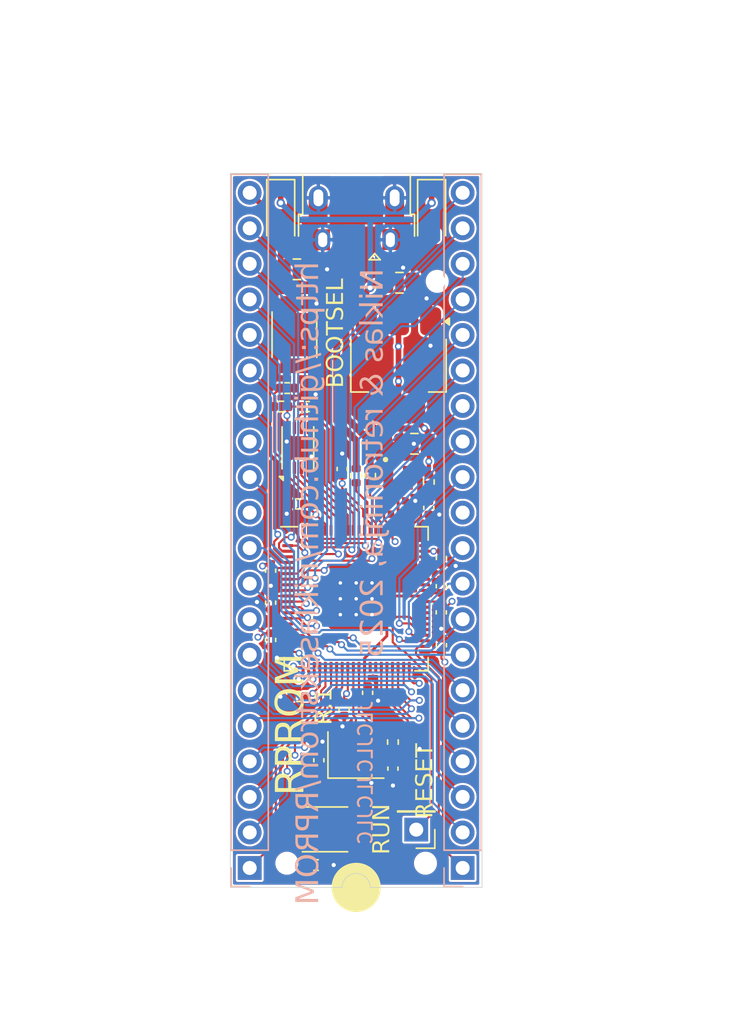
<source format=kicad_pcb>
(kicad_pcb (version 20240108) (generator "pcbnew") (generator_version "8.0")
  (title_block (title "RPROM") (date "2025-07-17") (rev "1") (company "Niklas Ekström, Per Bengtsson"))
  (layers (0 "F.Cu" signal) (1 "In1.Cu" signal) (2 "In2.Cu" signal) (31 "B.Cu" signal) (34 "B.Paste" user) (35 "F.Paste" user) (36 "B.SilkS" user "B.Silkscreen") (37 "F.SilkS" user "F.Silkscreen") (38 "B.Mask" user) (39 "F.Mask" user) (44 "Edge.Cuts" user))
  (net 0 "")
  (net 1 "GND")
  (net 2 "VBUS")
  (net 3 "XIN")
  (net 4 "Net-(U1-VREG_AVDD)")
  (net 5 "+3V3")
  (net 6 "+1V1")
  (net 8 "USB_D-")
  (net 9 "USB_D+")
  (net 10 "D1")
  (net 11 "A3")
  (net 12 "D8")
  (net 13 "A6")
  (net 14 "A4")
  (net 15 "D3")
  (net 16 "A1")
  (net 17 "A0")
  (net 18 "D10")
  (net 19 "A5")
  (net 20 "A2")
  (net 21 "D2")
  (net 22 "D11")
  (net 23 "D0")
  (net 24 "A7")
  (net 25 "OE")
  (net 26 "CS")
  (net 27 "D9")
  (net 28 "A17")
  (net 29 "A10")
  (net 30 "A9")
  (net 31 "D15")
  (net 32 "A15")
  (net 33 "RUN")
  (net 34 "A13")
  (net 35 "A12")
  (net 36 "A8")
  (net 37 "D12")
  (net 38 "Net-(C4-Pad1)")
  (net 39 "D4")
  (net 40 "D13")
  (net 41 "A16")
  (net 42 "A11")
  (net 43 "BYTE")
  (net 44 "A14")
  (net 45 "D5")
  (net 46 "D14")
  (net 47 "D7")
  (net 48 "+5V")
  (net 49 "D6")
  (net 50 "Net-(U1-VREG_LX)")
  (net 51 "QSPI_SS")
  (net 52 "XOUT")
  (net 53 "Net-(R6-Pad2)")
  (net 54 "QSPI_SD1")
  (net 55 "Net-(R4-Pad1)")
  (net 56 "Net-(U1-USB_DP)")
  (net 58 "Net-(U1-USB_DM)")
  (net 60 "QSPI_SCLK")
  (net 67 "QSPI_SD2")
  (net 68 "QSPI_SD3")
  (net 70 "QSPI_SD0")
  (net 72 "RESET")
  (net 75 "VIN")
  (footprint "Capacitor_SMD:C_0402_1005Metric" (layer "F.Cu") (at 93.88 102.94 -90)
    (property "Reference" "C17" (hide yes))
    (property "Value" "100n")
  )
  (footprint "Capacitor_SMD:C_0402_1005Metric" (layer "F.Cu") (at 102.63 112.14 -90)
    (property "Reference" "C4" (hide yes))
    (property "Value" "15p")
  )
  (footprint "Capacitor_SMD:C_0402_1005Metric" (layer "F.Cu") (at 99 90.72 90)
    (property "Reference" "C12" (hide yes))
    (property "Value" "100n")
  )
  (footprint "Capacitor_SMD:C_0402_1005Metric" (layer "F.Cu") (at 106.09 100.97 -90)
    (property "Reference" "C16" (hide yes))
    (property "Value" "100n")
  )
  (footprint "Capacitor_SMD:C_0402_1005Metric" (layer "F.Cu") (at 106.1 103.32 90)
    (property "Reference" "C18" (hide yes))
    (property "Value" "100n")
  )
  (footprint "Resistor_SMD:R_0402_1005Metric" (layer "F.Cu") (at 100 91.2 -90)
    (property "Reference" "R7" (hide yes))
    (property "Value" "27")
  )
  (footprint "Capacitor_SMD:C_0402_1005Metric" (layer "F.Cu") (at 93.88 97.99 -90)
    (property "Reference" "C15" (hide yes))
    (property "Value" "100n")
  )
  (footprint "Capacitor_SMD:C_0402_1005Metric" (layer "F.Cu") (at 97.33 111.54 90)
    (property "Reference" "C3" (hide yes))
    (property "Value" "15p")
  )
  (footprint "Resistor_SMD:R_0402_1005Metric" (layer "F.Cu") (at 101 91.2 -90)
    (property "Reference" "R8" (hide yes))
    (property "Value" "27")
  )
  (footprint "Capacitor_SMD:C_0402_1005Metric" (layer "F.Cu") (at 106.1 97.08 -90)
    (property "Reference" "C20" (hide yes))
    (property "Value" "100n")
  )
  (footprint "Resistor_SMD:R_0402_1005Metric" (layer "F.Cu") (at 102.63 110.24 -90)
    (property "Reference" "R2" (hide yes))
    (property "Value" "1k")
  )
  (footprint "Crystal:Crystal_SMD_3225-4Pin_3.2x2.5mm" (layer "F.Cu") (at 99.98 111.17)
    (property "Reference" "Y1" (hide yes))
    (property "Value" "ABM8-272-T3")
  )
  (footprint "Resistor_SMD:R_0402_1005Metric" (layer "F.Cu") (at 105.2 91.65 -90)
    (property "Reference" "R3" (hide yes))
    (property "Value" "33")
  )
  (footprint "Package_TO_SOT_SMD:SOT-223-3_TabPin2" (layer "F.Cu") (at 103.03 83.31 -90)
    (property "Reference" "U2" (hide yes))
    (property "Value" "TLV1117-33")
  )
  (footprint "Resistor_SMD:R_0402_1005Metric" (layer "F.Cu") (at 97.13 119.03)
    (property "Reference" "R4" (hide yes))
    (property "Value" "1k")
  )
  (footprint "Diode_SMD:D_SOD-123" (layer "F.Cu") (at 105.4 72.4 -90)
    (property "Reference" "D2" (hide yes))
    (property "Value" "B5819W_SL")
  )
  (footprint "Capacitor_SMD:C_0805_2012Metric" (layer "F.Cu") (at 103.1 77.41)
    (property "Reference" "C1" (hide yes))
    (property "Value" "10u")
  )
  (footprint "Capacitor_SMD:C_0402_1005Metric" (layer "F.Cu") (at 96.53 86.26)
    (property "Reference" "C2" (hide yes))
    (property "Value" "100n")
  )
  (footprint "Capacitor_SMD:C_0402_1005Metric" (layer "F.Cu") (at 95.78 93.22 180)
    (property "Reference" "C14" (hide yes))
    (property "Value" "100n")
  )
  (footprint "Capacitor_SMD:C_0402_1005Metric" (layer "F.Cu") (at 105.2 93.5 -90)
    (property "Reference" "C9" (hide yes))
    (property "Value" "4.7u")
  )
  (footprint "RPROM:SW_SPST_TS-1088" (layer "F.Cu") (at 95.58 81.12 -90)
    (property "Reference" "SW1" (hide yes))
    (property "Value" "SW_Push")
  )
  (footprint "RPROM:C_0402_1005Metric_small_pads" (layer "F.Cu") (at 103 93)
    (property "Reference" "C7" (hide yes))
    (property "Value" "4.7u")
  )
  (footprint "RPROM:C_0402_1005Metric_small_pads" (layer "F.Cu") (at 103 93.95)
    (property "Reference" "C6" (hide yes))
    (property "Value" "4.7u")
  )
  (footprint "RPROM:TestPoint_Pad_D1.152mm" (layer "F.Cu") (at 105.8 77.31)
    (property "Reference" "REF**" (hide yes))
    (property "Value" "TestPoint_Pad_D1.152mm")
  )
  (footprint "Resistor_SMD:R_0402_1005Metric" (layer "F.Cu") (at 94.65 86.26 180)
    (property "Reference" "R1" (hide yes))
    (property "Value" "10k")
  )
  (footprint "Capacitor_SMD:C_0805_2012Metric" (layer "F.Cu") (at 95.76 76.45)
    (property "Reference" "C19" (hide yes))
    (property "Value" "10u")
  )
  (footprint "Capacitor_SMD:C_0402_1005Metric" (layer "F.Cu") (at 100.82 106.72 -90)
    (property "Reference" "C10" (hide yes))
    (property "Value" "4.7u")
  )
  (footprint "RPROM:SW_SPST_TS-1088" (layer "F.Cu") (at 97.77 116.48)
    (property "Reference" "SW2" (hide yes))
    (property "Value" "SW_Push")
  )
  (footprint "RPROM:TestPoint_Pad_D1.152mm" (layer "F.Cu") (at 95.04 118.9)
    (property "Reference" "REF**" (hide yes))
    (property "Value" "TestPoint_Pad_D1.152mm")
  )
  (footprint "Capacitor_SMD:C_0805_2012Metric" (layer "F.Cu") (at 104.17 88.92 180)
    (property "Reference" "C5" (hide yes))
    (property "Value" "10u")
  )
  (footprint "RPROM:RP2350-QFN-80-1EP_10x10_P0.4mm_EP3.4x3.4mm_ThermalVias" (layer "F.Cu") (at 100 100)
    (property "Reference" "U1" (hide yes))
    (property "Value" "RP2350_80QFN")
  )
  (footprint "RPROM:L_pol_2016" (layer "F.Cu") (at 103 91.35)
    (property "Reference" "L1" (hide yes))
    (property "Value" "3.3u")
  )
  (footprint "Capacitor_SMD:C_0402_1005Metric" (layer "F.Cu") (at 93.88 100.28 -90)
    (property "Reference" "C8" (hide yes))
    (property "Value" "100n")
  )
  (footprint "Connector_USB:USB_Micro-B_Amphenol_10103594-0001LF_Horizontal" (layer "F.Cu") (at 100 72.455 180)
    (property "Reference" "J1" (hide yes))
    (property "Value" "USB_B_Micro")
  )
  (footprint "Resistor_SMD:R_0402_1005Metric" (layer "F.Cu") (at 95.06 84.94)
    (property "Reference" "R6" (hide yes))
    (property "Value" "1k")
  )
  (footprint "Capacitor_SMD:C_0402_1005Metric" (layer "F.Cu") (at 95.87 106.98 180)
    (property "Reference" "C21" (hide yes))
    (property "Value" "100n")
  )
  (footprint "Connector_PinHeader_2.54mm:PinHeader_1x01_P2.54mm_Vertical" (layer "F.Cu") (at 104.3 116.5 180)
    (property "Reference" "J4" (hide yes))
    (property "Value" "Conn_01x01")
  )
  (footprint "Capacitor_SMD:C_0402_1005Metric" (layer "F.Cu") (at 106.09 99.1 90)
    (property "Reference" "C11" (hide yes))
    (property "Value" "100n")
  )
  (footprint "RPROM:TestPoint_Pad_D1.152mm" (layer "F.Cu") (at 104.96 118.9)
    (property "Reference" "REF**" (hide yes))
    (property "Value" "TestPoint_Pad_D1.152mm")
  )
  (footprint "Package_SON:Winbond_USON-8-1EP_3x2mm_P0.5mm_EP0.2x1.6mm" (layer "F.Cu") (at 95.83 89.21 90)
    (property "Reference" "IC1" (hide yes))
    (property "Value" "W25Q32JVZP")
  )
  (footprint "Diode_SMD:D_SOD-123" (layer "F.Cu") (at 94.6 72.4 -90)
    (property "Reference" "D1" (hide yes))
    (property "Value" "B5819W_SL")
  )
  (footprint "Capacitor_SMD:C_0402_1005Metric" (layer "F.Cu") (at 99.14 107.87 -90)
    (property "Reference" "C13" (hide yes))
    (property "Value" "100n")
  )
  (footprint "Connector_PinHeader_2.54mm:PinHeader_1x20_P2.54mm_Vertical" (layer "B.Cu") (at 92.38 119.24)
    (property "Reference" "J3" (hide yes))
    (property "Value" "Conn_01x20")
  )
  (footprint "Connector_PinHeader_2.54mm:PinHeader_1x20_P2.54mm_Vertical" (layer "B.Cu") (at 107.62 119.24)
    (property "Reference" "J2" (hide yes))
    (property "Value" "Conn_01x20")
  )
  (gr_circle (center 100 120.63) (end 101.7 120.63) (stroke (width 0.12)) (fill solid) (layer "F.SilkS"))
  (gr_line (start 109.01 69.59) (end 109.01 120.63) (stroke (width 0.05)) (layer "Edge.Cuts"))
  (gr_line (start 90.99 120.63) (end 90.99 69.59) (stroke (width 0.05)) (layer "Edge.Cuts"))
  (gr_line (start 99 120.63) (end 90.99 120.63) (stroke (width 0.05)) (layer "Edge.Cuts"))
  (gr_line (start 90.99 69.59) (end 109.01 69.59) (stroke (width 0.05)) (layer "Edge.Cuts"))
  (gr_arc (start 99 120.63) (mid 100 119.63) (end 101 120.63) (stroke (width 0.05)) (layer "Edge.Cuts"))
  (gr_line (start 109.01 120.63) (end 101 120.63) (stroke (width 0.05)) (layer "Edge.Cuts"))
  (gr_text "https://github.com/niklasekstrom/RPROM" (at 97.55 75.9 90) (layer "B.SilkS") (effects (font (size 1.6 1.6)) (justify left bottom mirror)))
  (gr_text "Niklas & retroninja, 2025" (at 102.17 76.38 90) (layer "B.SilkS") (effects (font (size 1.6 1.6)) (justify left bottom mirror)))
  (gr_text "JLCJLCJLCJLC" (at 101.25 107.19 90) (layer "B.SilkS") (effects (font (size 1 1)) (justify left bottom mirror)))
  (gr_text "R.1" (at 98.44 109.04 90) (layer "F.SilkS") (effects (font (size 1.2 1.2)) (justify left bottom)))
  (gr_text "BOOTSEL" (at 98.56 81.02 90) (layer "F.SilkS") (effects (font (size 1.2 1.2))))
  (gr_text "RPROM" (at 96.56 114.08 90) (layer "F.SilkS") (effects (font (size 2 2)) (justify left bottom)))
  (gr_text "RESET" (at 104.95 113.02 90) (layer "F.SilkS") (effects (font (size 1.2 1.2))))
  (gr_text "RUN" (at 101.87 116.47 90) (layer "F.SilkS") (effects (font (size 1.2 1.2))))
  (segment (start 103.515 93) (end 103.515 93.95) (width 0.15) (layer "F.Cu") (net 1))
  (via (at 97.16 78.9) (size 0.5) (drill 0.3) (layers "F.Cu" "B.Cu") (net 1))
  (via (at 92.9 100.23) (size 0.5) (drill 0.3) (layers "F.Cu" "B.Cu") (net 1))
  (via (at 93.89 99.07) (size 0.5) (drill 0.3) (layers "F.Cu" "B.Cu") (net 1))
  (via (at 103.36 76.33) (size 0.5) (drill 0.3) (layers "F.Cu" "B.Cu") (net 1))
  (via (at 96.81 89.83) (size 0.5) (drill 0.3) (layers "F.Cu" "B.Cu") (net 1))
  (via (at 94.58 107) (size 0.5) (drill 0.3) (layers "F.Cu" "B.Cu") (net 1))
  (via (at 95.03 88.76) (size 0.5) (drill 0.3) (layers "F.Cu" "B.Cu") (net 1))
  (via (at 98.39 119.03) (size 0.5) (drill 0.3) (layers "F.Cu" "B.Cu") (net 1))
  (via (at 104.13 88.92) (size 0.5) (drill 0.3) (layers "F.Cu" "B.Cu") (net 1))
  (via (at 107.12 97.65) (size 0.5) (drill 0.3) (layers "F.Cu" "B.Cu") (net 1))
  (via (at 97.59 110.21) (size 0.5) (drill 0.3) (layers "F.Cu" "B.Cu") (net 1))
  (via (at 105.95 93.98) (size 0.5) (drill 0.3) (layers "F.Cu" "B.Cu") (net 1))
  (via (at 104.23 93) (size 0.5) (drill 0.3) (layers "F.Cu" "B.Cu") (net 1))
  (via (at 94.33 104.21) (size 0.5) (drill 0.3) (layers "F.Cu" "B.Cu") (net 1))
  (via (at 101.57 107.28) (size 0.5) (drill 0.3) (layers "F.Cu" "B.Cu") (net 1))
  (via (at 97.92 76.45) (size 0.5) (drill 0.3) (layers "F.Cu" "B.Cu") (net 1))
  (via (at 101.09 113.16) (size 0.5) (drill 0.3) (layers "F.Cu" "B.Cu") (net 1))
  (via (at 104.54 110.73) (size 0.5) (drill 0.3) (layers "F.Cu" "B.Cu") (net 1))
  (via (at 106.09 102.14) (size 0.5) (drill 0.3) (layers "F.Cu" "B.Cu") (net 1))
  (via (at 99 89.62) (size 0.5) (drill 0.3) (layers "F.Cu" "B.Cu") (net 1))
  (via (at 105.32 81.91) (size 0.5) (drill 0.3) (layers "F.Cu" "B.Cu") (net 1))
  (via (at 105.04 78.53) (size 0.5) (drill 0.3) (layers "F.Cu" "B.Cu") (net 1))
  (via (at 102.63 113.35) (size 0.5) (drill 0.3) (layers "F.Cu" "B.Cu") (net 1))
  (via (at 99.02 109.12) (size 0.5) (drill 0.3) (layers "F.Cu" "B.Cu") (net 1))
  (via (at 97.1 85.39) (size 0.5) (drill 0.3) (layers "F.Cu" "B.Cu") (net 1))
  (via (at 95.03 93.92) (size 0.5) (drill 0.3) (layers "F.Cu" "B.Cu") (net 1))
  (segment (start 105.4 74.43) (end 104.23 75.6) (width 0.4) (layer "F.Cu") (net 2))
  (segment (start 101.325 73.8) (end 101.325 74.845) (width 0.4) (layer "F.Cu") (net 2))
  (segment (start 105.4 73.85) (end 105.4 74.43) (width 0.4) (layer "F.Cu") (net 2))
  (segment (start 104.23 75.6) (end 101.72 75.6) (width 0.4) (layer "F.Cu") (net 2))
  (segment (start 101.72 75.6) (end 101.325 75.205) (width 0.4) (layer "F.Cu") (net 2))
  (segment (start 101.325 75.205) (end 101.325 74.22) (width 0.4) (layer "F.Cu") (net 2))
  (segment (start 99.8 108.33) (end 99.98 108.51) (width 0.15) (layer "F.Cu") (net 3))
  (segment (start 99.8 104.8965) (end 99.8 108.33) (width 0.15) (layer "F.Cu") (net 3))
  (segment (start 99.98 110.97) (end 98.93 112.02) (width 0.15) (layer "F.Cu") (net 3))
  (segment (start 97.33 112.02) (end 98.88 112.02) (width 0.15) (layer "F.Cu") (net 3))
  (segment (start 98.93 112.02) (end 98.88 112.02) (width 0.15) (layer "F.Cu") (net 3))
  (segment (start 99.98 108.51) (end 99.98 110.97) (width 0.15) (layer "F.Cu") (net 3))
  (segment (start 105.2 92.16) (end 105.2 93.02) (width 0.2) (layer "F.Cu") (net 4))
  (segment (start 103.8 95.1035) (end 103.8 95) (width 0.2) (layer "F.Cu") (net 4))
  (segment (start 104.64 94.11) (end 104.64 93.58) (width 0.15) (layer "F.Cu") (net 4))
  (segment (start 103.8 94.95) (end 104.64 94.11) (width 0.15) (layer "F.Cu") (net 4))
  (segment (start 104.64 93.58) (end 105.2 93.02) (width 0.15) (layer "F.Cu") (net 4))
  (segment (start 99 92.1) (end 99 91.76) (width 0.15) (layer "F.Cu") (net 5))
  (segment (start 106.09 100.49) (end 106.55 100.49) (width 0.15) (layer "F.Cu") (net 5))
  (segment (start 104.8965 96.6) (end 104.8965 96.2) (width 0.15) (layer "F.Cu") (net 5))
  (segment (start 99.4 104.8965) (end 99.4 106.69) (width 0.15) (layer "F.Cu") (net 5))
  (segment (start 95.08 86.34) (end 95.16 86.26) (width 0.15) (layer "F.Cu") (net 5))
  (segment (start 105.54 96.6) (end 106.1 96.6) (width 0.15) (layer "F.Cu") (net 5))
  (segment (start 99.4 106.69) (end 99.31 106.78) (width 0.15) (layer "F.Cu") (net 5))
  (segment (start 94.17 97.8) (end 93.88 97.51) (width 0.15) (layer "F.Cu") (net 5))
  (segment (start 105.67 100.2) (end 105.8 100.2) (width 0.15) (layer "F.Cu") (net 5))
  (segment (start 94.54 101.8) (end 93.88 102.46) (width 0.15) (layer "F.Cu") (net 5))
  (segment (start 99.14 107.39) (end 99.14 106.95) (width 0.15) (layer "F.Cu") (net 5))
  (segment (start 93.88 102.46) (end 93.39 102.46) (width 0.15) (layer "F.Cu") (net 5))
  (segment (start 93.45 97.51) (end 93.3 97.66) (width 0.15) (layer "F.Cu") (net 5))
  (segment (start 104.8965 103.8) (end 106.1 103.8) (width 0.15) (layer "F.Cu") (net 5))
  (segment (start 95.1035 101.8) (end 94.54 101.8) (width 0.15) (layer "F.Cu") (net 5))
  (segment (start 96.05 86.26) (end 95.16 86.26) (width 0.15) (layer "F.Cu") (net 5))
  (segment (start 103.03 84.28) (end 103.03 81.82) (width 0.4) (layer "F.Cu") (net 5))
  (segment (start 103.03 86.46) (end 103.03 84.28) (width 0.4) (layer "F.Cu") (net 5))
  (segment (start 100.5 94.1) (end 100.6 94.2) (width 0.15) (layer "F.Cu") (net 5))
  (segment (start 105.2 91.14) (end 105.2 90.18) (width 0.3) (layer "F.Cu") (net 5))
  (segment (start 101 95.1035) (end 101 94.6) (width 0.15) (layer "F.Cu") (net 5))
  (segment (start 102.6 94.065) (end 102.485 93.95) (width 0.15) (layer "F.Cu") (net 5))
  (segment (start 105.2 89) (end 105.12 88.92) (width 0.3) (layer "F.Cu") (net 5))
  (segment (start 100.5 94.1) (end 100.5 93.6) (width 0.15) (layer "F.Cu") (net 5))
  (segment (start 104.8965 96.6) (end 105.54 96.6) (width 0.15) (layer "F.Cu") (net 5))
  (segment (start 102.6 95.1035) (end 102.6 95.72) (width 0.15) (layer "F.Cu") (net 5))
  (segment (start 93.88 97.51) (end 93.45 97.51) (width 0.15) (layer "F.Cu") (net 5))
  (segment (start 97.8 94.67) (end 97.06 93.93) (width 0.15) (layer "F.Cu") (net 5))
  (segment (start 101 94.6) (end 100.5 94.1) (width 0.15) (layer "F.Cu") (net 5))
  (segment (start 102.6 95.72) (end 102.79 95.91) (width 0.15) (layer "F.Cu") (net 5))
  (segment (start 95.08 87.81) (end 95.08 86.34) (width 0.15) (layer "F.Cu") (net 5))
  (segment (start 95.1035 97.8) (end 94.17 97.8) (width 0.15) (layer "F.Cu") (net 5))
  (segment (start 100.6 94.2) (end 100.6 95.1035) (width 0.15) (layer "F.Cu") (net 5))
  (segment (start 106.1 103.8) (end 106.1 104.27) (width 0.15) (layer "F.Cu") (net 5))
  (segment (start 96.35 93.22) (end 96.26 93.22) (width 0.15) (layer "F.Cu") (net 5))
  (segment (start 99.14 106.95) (end 99.31 106.78) (width 0.15) (layer "F.Cu") (net 5))
  (segment (start 96.665804 106.98) (end 96.892902 106.752902) (width 0.15) (layer "F.Cu") (net 5))
  (segment (start 102.6 95.1035) (end 102.6 94.065) (width 0.15) (layer "F.Cu") (net 5))
  (segment (start 96.892902 106.752902) (end 97.4 106.245804) (width 0.15) (layer "F.Cu") (net 5))
  (segment (start 93.39 102.46) (end 93.04 102.81) (width 0.15) (layer "F.Cu") (net 5))
  (segment (start 103.03 81.82) (end 103.03 80.16) (width 0.4) (layer "F.Cu") (net 5))
  (segment (start 105.12 88.06) (end 105.12 88.92) (width 0.4) (layer "F.Cu") (net 5))
  (segment (start 100.5 93.6) (end 99 92.1) (width 0.15) (layer "F.Cu") (net 5))
  (segment (start 96.35 106.98) (end 96.665804 106.98) (width 0.15) (layer "F.Cu") (net 5))
  (segment (start 97.4 106.245804) (end 97.4 104.8965) (width 0.15) (layer "F.Cu") (net 5))
  (segment (start 105.8 100.2) (end 106.09 100.49) (width 0.15) (layer "F.Cu") (net 5))
  (segment (start 106.1 104.27) (end 106.35 104.52) (width 0.15) (layer "F.Cu") (net 5))
  (segment (start 99 91.76) (end 99 91.2) (width 0.15) (layer "F.Cu") (net 5))
  (segment (start 104.8965 100.2) (end 105.67 100.2) (width 0.15) (layer "F.Cu") (net 5))
  (segment (start 106.55 100.49) (end 106.86 100.18) (width 0.15) (layer "F.Cu") (net 5))
  (segment (start 103.52 86.46) (end 105.12 88.06) (width 0.4) (layer "F.Cu") (net 5))
  (segment (start 103.03 86.46) (end 103.52 86.46) (width 0.4) (layer "F.Cu") (net 5))
  (segment (start 97.8 95.1035) (end 97.8 94.67) (width 0.15) (layer "F.Cu") (net 5))
  (segment (start 97.06 93.93) (end 96.35 93.22) (width 0.15) (layer "F.Cu") (net 5))
  (segment (start 105.2 90.18) (end 105.2 89) (width 0.3) (layer "F.Cu") (net 5))
  (via (at 93.3 97.66) (size 0.5) (drill 0.3) (layers "F.Cu" "B.Cu") (net 5))
  (via (at 103.03 84.45) (size 0.5) (drill 0.3) (layers "F.Cu" "B.Cu") (net 5))
  (via (at 99 91.76) (size 0.5) (drill 0.3) (layers "F.Cu" "B.Cu") (net 5))
  (via (at 97.12 93.99) (size 0.5) (drill 0.3) (layers "F.Cu" "B.Cu") (net 5))
  (via (at 105.54 96.6) (size 0.5) (drill 0.3) (layers "F.Cu" "B.Cu") (net 5))
  (via (at 104.88 87.82) (size 0.5) (drill 0.3) (layers "F.Cu" "B.Cu") (net 5))
  (via (at 102.79 95.91) (size 0.5) (drill 0.3) (layers "F.Cu" "B.Cu") (net 5))
  (via (at 106.86 100.18) (size 0.5) (drill 0.3) (layers "F.Cu" "B.Cu") (net 5))
  (via (at 106.35 104.52) (size 0.5) (drill 0.3) (layers "F.Cu" "B.Cu") (net 5))
  (via (at 103.02 81.96) (size 0.5) (drill 0.3) (layers "F.Cu" "B.Cu") (net 5))
  (via (at 92.97 102.74) (size 0.5) (drill 0.3) (layers "F.Cu" "B.Cu") (net 5))
  (via (at 95.05 86.91) (size 0.5) (drill 0.3) (layers "F.Cu" "B.Cu") (net 5))
  (via (at 99.31 106.78) (size 0.5) (drill 0.3) (layers "F.Cu" "B.Cu") (net 5))
  (via (at 96.892902 106.752902) (size 0.5) (drill 0.3) (layers "F.Cu" "B.Cu") (net 5))
  (via (at 105.2 90.18) (size 0.5) (drill 0.3) (layers "F.Cu" "B.Cu") (net 5))
  (segment (start 105.31936 99.8) (end 105.53936 99.58) (width 0.2) (layer "F.Cu") (net 6))
  (segment (start 98.230002 102.08) (end 102.2 102.08) (width 0.2) (layer "F.Cu") (net 6))
  (segment (start 102.2 95.1035) (end 102.175 95.0785) (width 0.15) (layer "F.Cu") (net 6))
  (segment (start 102.2 95.1035) (end 102.2 99.82) (width 0.2) (layer "F.Cu") (net 6))
  (segment (start 102.2 102.65) (end 100.6 104.25) (width 0.2) (layer "F.Cu") (net 6))
  (segment (start 100.6 104.25) (end 100.6 104.8965) (width 0.2) (layer "F.Cu") (net 6))
  (segment (start 105.53936 99.58) (end 106.09 99.58) (width 0.2) (layer "F.Cu") (net 6))
  (segment (start 102.485 92.595) (end 102.3 92.41) (width 0.2) (layer "F.Cu") (net 6))
  (segment (start 102 93.485) (end 102.485 93) (width 0.15) (layer "F.Cu") (net 6))
  (segment (start 97.06 99.8) (end 97.77 100.51) (width 0.2) (layer "F.Cu") (net 6))
  (segment (start 100.82 106.24) (end 100.6 106.02) (width 0.15) (layer "F.Cu") (net 6))
  (segment (start 95.1035 99.8) (end 97.06 99.8) (width 0.2) (layer "F.Cu") (net 6))
  (segment (start 102.2 94.527208) (end 102 94.327208) (width 0.15) (layer "F.Cu") (net 6))
  (segment (start 93.88 99.8) (end 95.1035 99.8) (width 0.15) (layer "F.Cu") (net 6))
  (segment (start 102.485 93) (end 102.485 92.595) (width 0.2) (layer "F.Cu") (net 6))
  (segment (start 100.6 106.02) (end 100.6 104.8965) (width 0.15) (layer "F.Cu") (net 6))
  (segment (start 102.2 95.1035) (end 102.2 94.527208) (width 0.15) (layer "F.Cu") (net 6))
  (segment (start 97.77 100.51) (end 97.77 101.619998) (width 0.2) (layer "F.Cu") (net 6))
  (segment (start 104.8965 99.8) (end 102.22 99.8) (width 0.2) (layer "F.Cu") (net 6))
  (segment (start 104.8965 99.8) (end 105.31936 99.8) (width 0.2) (layer "F.Cu") (net 6))
  (segment (start 102.2 99.82) (end 102.2 101.94) (width 0.2) (layer "F.Cu") (net 6))
  (segment (start 97.77 101.619998) (end 98.230002 102.08) (width 0.2) (layer "F.Cu") (net 6))
  (segment (start 102 94.327208) (end 102 93.485) (width 0.15) (layer "F.Cu") (net 6))
  (segment (start 102.2 101.94) (end 102.2 102.65) (width 0.2) (layer "F.Cu") (net 6))
  (segment (start 102.3 92.41) (end 102.3 91.35) (width 0.2) (layer "F.Cu") (net 6))
  (segment (start 99.26 77.883502) (end 99.26 87.024264) (width 0.5) (layer "F.Cu") (net 8))
  (segment (start 99.26 87.024264) (end 101 88.764264) (width 0.5) (layer "F.Cu") (net 8))
  (segment (start 101 88.764264) (end 101 90.69) (width 0.5) (layer "F.Cu") (net 8))
  (segment (start 100.27 76.873502) (end 100.675 76.468502) (width 0.4) (layer "F.Cu") (net 8))
  (segment (start 100.27 76.873502) (end 99.26 77.883502) (width 0.5) (layer "F.Cu") (net 8))
  (segment (start 100.675 76.468502) (end 100.675 74.22) (width 0.4) (layer "F.Cu") (net 8))
  (segment (start 100.025 76.199264) (end 100.025 74.22) (width 0.4) (layer "F.Cu") (net 9))
  (segment (start 98.61 77.614264) (end 99.32 76.904264) (width 0.5) (layer "F.Cu") (net 9))
  (segment (start 100 88.683502) (end 98.990761 87.674264) (width 0.5) (layer "F.Cu") (net 9))
  (segment (start 99.32 76.904264) (end 99.717132 76.507132) (width 0.5) (layer "F.Cu") (net 9))
  (segment (start 98.61 87.293503) (end 98.61 77.614264) (width 0.5) (layer "F.Cu") (net 9))
  (segment (start 100.025 76.199264) (end 99.717132 76.507132) (width 0.4) (layer "F.Cu") (net 9))
  (segment (start 100 90.69) (end 100 88.683502) (width 0.5) (layer "F.Cu") (net 9))
  (segment (start 98.990761 87.674264) (end 98.61 87.293503) (width 0.5) (layer "F.Cu") (net 9))
  (segment (start 97.500737 96.0185) (end 97 95.517763) (width 0.15) (layer "F.Cu") (net 10))
  (segment (start 100.4685 96.0185) (end 97.500737 96.0185) (width 0.15) (layer "F.Cu") (net 10))
  (segment (start 97 95.517763) (end 97 95.1035) (width 0.15) (layer "F.Cu") (net 10))
  (segment (start 100.65 96.2) (end 100.4685 96.0185) (width 0.15) (layer "F.Cu") (net 10))
  (via (at 100.65 96.2) (size 0.5) (drill 0.3) (layers "F.Cu" "B.Cu") (net 10))
  (segment (start 100.65 96.2) (end 100.65 90.65) (width 0.15) (layer "B.Cu") (net 10))
  (segment (start 107.62 83.68) (end 100.65 90.65) (width 0.15) (layer "B.Cu") (net 10))
  (segment (start 96.457488 103.69) (end 97.08 103.69) (width 0.15) (layer "F.Cu") (net 11))
  (segment (start 95.1035 103.4) (end 96.167488 103.4) (width 0.15) (layer "F.Cu") (net 11))
  (segment (start 97.08 103.69) (end 97.27 103.88) (width 0.15) (layer "F.Cu") (net 11))
  (segment (start 96.167488 103.4) (end 96.457488 103.69) (width 0.15) (layer "F.Cu") (net 11))
  (via (at 97.27 103.88) (size 0.5) (drill 0.3) (layers "F.Cu" "B.Cu") (net 11))
  (segment (start 105.445 104.365) (end 97.755 104.365) (width 0.15) (layer "B.Cu") (net 11))
  (segment (start 107.62 106.54) (end 105.445 104.365) (width 0.15) (layer "B.Cu") (net 11))
  (segment (start 97.755 104.365) (end 97.27 103.88) (width 0.15) (layer "B.Cu") (net 11))
  (segment (start 95.1035 98.2) (end 95.77 98.2) (width 0.15) (layer "F.Cu") (net 12))
  (segment (start 100.985 97.275) (end 101.13 97.13) (width 0.15) (layer "F.Cu") (net 12))
  (segment (start 96.695 97.275) (end 100.985 97.275) (width 0.15) (layer "F.Cu") (net 12))
  (segment (start 95.77 98.2) (end 96.695 97.275) (width 0.15) (layer "F.Cu") (net 12))
  (via (at 101.13 97.13) (size 0.5) (drill 0.3) (layers "F.Cu" "B.Cu") (net 12))
  (segment (start 101.13 97.13) (end 101.13 96.97) (width 0.15) (layer "B.Cu") (net 12))
  (segment (start 101.125 92.715) (end 101.125 96.965) (width 0.15) (layer "B.Cu") (net 12))
  (segment (start 101.13 96.97) (end 101.125 96.965) (width 0.15) (layer "B.Cu") (net 12))
  (segment (start 107.62 86.22) (end 101.125 92.715) (width 0.15) (layer "B.Cu") (net 12))
  (segment (start 96.6 104.8965) (end 96.6 105.388248) (width 0.15) (layer "F.Cu") (net 13))
  (segment (start 96.238248 105.75) (end 95.89 105.75) (width 0.15) (layer "F.Cu") (net 13))
  (segment (start 96.6 105.388248) (end 96.238248 105.75) (width 0.15) (layer "F.Cu") (net 13))
  (via (at 95.89 105.75) (size 0.5) (drill 0.3) (layers "F.Cu" "B.Cu") (net 13))
  (segment (start 105.072208 105.265) (end 96.72 105.265) (width 0.15) (layer "B.Cu") (net 13))
  (segment (start 105.78 112.32) (end 105.78 105.972792) (width 0.15) (layer "B.Cu") (net 13))
  (segment (start 95.89 105.75) (end 96.235 105.75) (width 0.15) (layer "B.Cu") (net 13))
  (segment (start 105.78 105.972792) (end 105.072208 105.265) (width 0.15) (layer "B.Cu") (net 13))
  (segment (start 96.235 105.75) (end 96.72 105.265) (width 0.15) (layer "B.Cu") (net 13))
  (segment (start 107.62 114.16) (end 105.78 112.32) (width 0.15) (layer "B.Cu") (net 13))
  (segment (start 95.1035 103.8) (end 95.82 103.8) (width 0.15) (layer "F.Cu") (net 14))
  (segment (start 95.82 103.8) (end 95.91 103.89) (width 0.15) (layer "F.Cu") (net 14))
  (via (at 95.91 103.89) (size 0.5) (drill 0.3) (layers "F.Cu" "B.Cu") (net 14))
  (segment (start 107.62 109.08) (end 106.38 107.84) (width 0.15) (layer "B.Cu") (net 14))
  (segment (start 106.38 107.84) (end 106.38 105.724264) (width 0.15) (layer "B.Cu") (net 14))
  (segment (start 106.38 105.724264) (end 105.320736 104.665) (width 0.15) (layer "B.Cu") (net 14))
  (segment (start 105.320736 104.665) (end 96.69 104.665) (width 0.15) (layer "B.Cu") (net 14))
  (segment (start 95.91 103.89) (end 95.915 103.89) (width 0.15) (layer "B.Cu") (net 14))
  (segment (start 95.915 103.89) (end 96.69 104.665) (width 0.15) (layer "B.Cu") (net 14))
  (segment (start 97.433709 96.8) (end 96.2 95.566291) (width 0.15) (layer "F.Cu") (net 15))
  (segment (start 96.2 95.566291) (end 96.2 95.1035) (width 0.15) (layer "F.Cu") (net 15))
  (segment (start 98.73 96.8) (end 97.433709 96.8) (width 0.15) (layer "F.Cu") (net 15))
  (via (at 98.73 96.8) (size 0.5) (drill 0.3) (layers "F.Cu" "B.Cu") (net 15))
  (segment (start 98.73 96.8) (end 98.22 96.29) (width 0.15) (layer "B.Cu") (net 15))
  (segment (start 98.22 82.92) (end 107.62 73.52) (width 0.15) (layer "B.Cu") (net 15))
  (segment (start 98.22 96.29) (end 98.22 82.92) (width 0.15) (layer "B.Cu") (net 15))
  (segment (start 96.216016 102.6) (end 95.1035 102.6) (width 0.15) (layer "F.Cu") (net 16))
  (segment (start 96.706016 103.09) (end 96.216016 102.6) (width 0.15) (layer "F.Cu") (net 16))
  (segment (start 98.95 103.28) (end 98.76 103.09) (width 0.15) (layer "F.Cu") (net 16))
  (segment (start 98.76 103.09) (end 96.706016 103.09) (width 0.15) (layer "F.Cu") (net 16))
  (via (at 98.95 103.28) (size 0.5) (drill 0.3) (layers "F.Cu" "B.Cu") (net 16))
  (segment (start 99.37 103.7) (end 105.38 103.7) (width 0.15) (layer "B.Cu") (net 16))
  (segment (start 105.38 103.7) (end 107.62 101.46) (width 0.15) (layer "B.Cu") (net 16))
  (segment (start 98.95 103.28) (end 99.37 103.7) (width 0.15) (layer "B.Cu") (net 16))
  (segment (start 96.83028 102.79) (end 96.24028 102.2) (width 0.15) (layer "F.Cu") (net 17))
  (segment (start 99.79 102.79) (end 96.83028 102.79) (width 0.15) (layer "F.Cu") (net 17))
  (segment (start 95.1035 102.2) (end 96.24028 102.2) (width 0.15) (layer "F.Cu") (net 17))
  (via (at 99.79 102.79) (size 0.5) (drill 0.3) (layers "F.Cu" "B.Cu") (net 17))
  (segment (start 105.24 100.28) (end 105.24 102.67) (width 0.15) (layer "B.Cu") (net 17))
  (segment (start 106.6 98.92) (end 105.24 100.28) (width 0.15) (layer "B.Cu") (net 17))
  (segment (start 105.24 102.67) (end 104.51 103.4) (width 0.15) (layer "B.Cu") (net 17))
  (segment (start 104.51 103.4) (end 100.4 103.4) (width 0.15) (layer "B.Cu") (net 17))
  (segment (start 107.62 98.92) (end 106.6 98.92) (width 0.15) (layer "B.Cu") (net 17))
  (segment (start 100.4 103.4) (end 99.79 102.79) (width 0.15) (layer "B.Cu") (net 17))
  (segment (start 95.998248 99) (end 96.468248 98.53) (width 0.15) (layer "F.Cu") (net 18))
  (segment (start 96.468248 98.53) (end 97.06 98.53) (width 0.15) (layer "F.Cu") (net 18))
  (segment (start 95.1035 99) (end 95.998248 99) (width 0.15) (layer "F.Cu") (net 18))
  (via (at 97.06 98.53) (size 0.5) (drill 0.3) (layers "F.Cu" "B.Cu") (net 18))
  (segment (start 107.62 76.06) (end 107.62 77.07) (width 0.15) (layer "B.Cu") (net 18))
  (segment (start 99.575 95.943248) (end 99.215 96.303248) (width 0.15) (layer "B.Cu") (net 18))
  (segment (start 97.639264 97.275) (end 97.06 97.854264) (width 0.15) (layer "B.Cu") (net 18))
  (segment (start 99.215 96.303248) (end 99.215 97.005) (width 0.15) (layer "B.Cu") (net 18))
  (segment (start 97.06 97.854264) (end 97.06 98.53) (width 0.15) (layer "B.Cu") (net 18))
  (segment (start 99.575 84.185) (end 99.575 95.943248) (width 0.15) (layer "B.Cu") (net 18))
  (segment (start 98.945 97.275) (end 97.639264 97.275) (width 0.15) (layer "B.Cu") (net 18))
  (segment (start 99.215 97.005) (end 98.945 97.275) (width 0.15) (layer "B.Cu") (net 18))
  (segment (start 103.24 80.52) (end 99.575 84.185) (width 0.15) (layer "B.Cu") (net 18))
  (segment (start 107.62 77.07) (end 104.17 80.52) (width 0.15) (layer "B.Cu") (net 18))
  (segment (start 104.17 80.52) (end 103.24 80.52) (width 0.15) (layer "B.Cu") (net 18))
  (segment (start 95.5965 104.8965) (end 95.51 104.81) (width 0.15) (layer "F.Cu") (net 19))
  (segment (start 96.2 104.8965) (end 95.5965 104.8965) (width 0.15) (layer "F.Cu") (net 19))
  (via (at 95.51 104.81) (size 0.5) (drill 0.3) (layers "F.Cu" "B.Cu") (net 19))
  (segment (start 107.62 111.62) (end 106.08 110.08) (width 0.15) (layer "B.Cu") (net 19))
  (segment (start 95.665 104.965) (end 95.51 104.81) (width 0.15) (layer "B.Cu") (net 19))
  (segment (start 106.08 105.848528) (end 105.196472 104.965) (width 0.15) (layer "B.Cu") (net 19))
  (segment (start 105.196472 104.965) (end 95.665 104.965) (width 0.15) (layer "B.Cu") (net 19))
  (segment (start 106.08 110.08) (end 106.08 105.848528) (width 0.15) (layer "B.Cu") (net 19))
  (segment (start 96.581752 103.39) (end 96.191752 103) (width 0.15) (layer "F.Cu") (net 20))
  (segment (start 98.12 103.59) (end 97.92 103.39) (width 0.15) (layer "F.Cu") (net 20))
  (segment (start 97.92 103.39) (end 96.581752 103.39) (width 0.15) (layer "F.Cu") (net 20))
  (segment (start 96.191752 103) (end 95.1035 103) (width 0.15) (layer "F.Cu") (net 20))
  (via (at 98.12 103.59) (size 0.5) (drill 0.3) (layers "F.Cu" "B.Cu") (net 20))
  (segment (start 107.62 104) (end 98.53 104) (width 0.15) (layer "B.Cu") (net 20))
  (segment (start 98.53 104) (end 98.12 103.59) (width 0.15) (layer "B.Cu") (net 20))
  (segment (start 96.6 95.542027) (end 96.6 95.1035) (width 0.15) (layer "F.Cu") (net 21))
  (segment (start 99.5085 96.3185) (end 97.376473 96.3185) (width 0.15) (layer "F.Cu") (net 21))
  (segment (start 97.376473 96.3185) (end 96.6 95.542027) (width 0.15) (layer "F.Cu") (net 21))
  (segment (start 99.69 96.5) (end 99.5085 96.3185) (width 0.15) (layer "F.Cu") (net 21))
  (via (at 99.69 96.5) (size 0.5) (drill 0.3) (layers "F.Cu" "B.Cu") (net 21))
  (segment (start 107.62 78.6) (end 99.875 86.345) (width 0.15) (layer "B.Cu") (net 21))
  (segment (start 99.875 86.345) (end 99.875 96.315) (width 0.15) (layer "B.Cu") (net 21))
  (segment (start 99.875 96.315) (end 99.69 96.5) (width 0.15) (layer "B.Cu") (net 21))
  (segment (start 95.1035 99.4) (end 96.32 99.4) (width 0.15) (layer "F.Cu") (net 22))
  (segment (start 96.32 99.4) (end 96.53 99.19) (width 0.15) (layer "F.Cu") (net 22))
  (via (at 96.53 99.19) (size 0.5) (drill 0.3) (layers "F.Cu" "B.Cu") (net 22))
  (segment (start 97.92 96.57) (end 96.53 97.96) (width 0.15) (layer "B.Cu") (net 22))
  (segment (start 97.92 82.795736) (end 97.92 96.57) (width 0.15) (layer "B.Cu") (net 22))
  (segment (start 106.24 72.36) (end 106.24 74.475736) (width 0.15) (layer "B.Cu") (net 22))
  (segment (start 106.24 74.475736) (end 97.92 82.795736) (width 0.15) (layer "B.Cu") (net 22))
  (segment (start 96.53 97.96) (end 96.53 99.19) (width 0.15) (layer "B.Cu") (net 22))
  (segment (start 107.62 70.98) (end 106.24 72.36) (width 0.15) (layer "B.Cu") (net 22))
  (segment (start 101.6 95.87) (end 101.4485 95.7185) (width 0.15) (layer "F.Cu") (net 23))
  (segment (start 97.625001 95.7185) (end 97.4 95.493499) (width 0.15) (layer "F.Cu") (net 23))
  (segment (start 97.4 95.493499) (end 97.4 95.1035) (width 0.15) (layer "F.Cu") (net 23))
  (segment (start 101.4485 95.7185) (end 97.625001 95.7185) (width 0.15) (layer "F.Cu") (net 23))
  (via (at 101.6 95.98) (size 0.5) (drill 0.3) (layers "F.Cu" "B.Cu") (net 23))
  (segment (start 107.62 88.76) (end 101.6 94.78) (width 0.15) (layer "B.Cu") (net 23))
  (segment (start 101.6 94.78) (end 101.6 95.8) (width 0.15) (layer "B.Cu") (net 23))
  (segment (start 97 104.8965) (end 97 105.66) (width 0.15) (layer "F.Cu") (net 24))
  (segment (start 97 105.66) (end 96.91 105.75) (width 0.15) (layer "F.Cu") (net 24))
  (via (at 96.91 105.75) (size 0.5) (drill 0.3) (layers "F.Cu" "B.Cu") (net 24))
  (segment (start 97.095 105.565) (end 96.91 105.75) (width 0.15) (layer "B.Cu") (net 24))
  (segment (start 107.62 116.7) (end 105.48 114.56) (width 0.15) (layer "B.Cu") (net 24))
  (segment (start 105.48 106.097056) (end 104.947944 105.565) (width 0.15) (layer "B.Cu") (net 24))
  (segment (start 105.48 114.56) (end 105.48 106.097056) (width 0.15) (layer "B.Cu") (net 24))
  (segment (start 104.947944 105.565) (end 97.095 105.565) (width 0.15) (layer "B.Cu") (net 24))
  (segment (start 104.315736 102.2) (end 103.875736 101.76) (width 0.15) (layer "F.Cu") (net 25))
  (segment (start 104.8965 102.2) (end 104.315736 102.2) (width 0.15) (layer "F.Cu") (net 25))
  (segment (start 103.875736 101.76) (end 103.09 101.76) (width 0.15) (layer "F.Cu") (net 25))
  (via (at 103.09 101.76) (size 0.5) (drill 0.3) (layers "F.Cu" "B.Cu") (net 25))
  (segment (start 103.09 98.53) (end 104.41 97.21) (width 0.15) (layer "B.Cu") (net 25))
  (segment (start 104.41 97.21) (end 104.41 94.51) (width 0.15) (layer "B.Cu") (net 25))
  (segment (start 104.41 94.51) (end 107.62 91.3) (width 0.15) (layer "B.Cu") (net 25))
  (segment (start 103.09 101.76) (end 103.09 98.53) (width 0.15) (layer "B.Cu") (net 25))
  (segment (start 104.8965 102.6) (end 104.03 102.6) (width 0.15) (layer "F.Cu") (net 26))
  (segment (start 104.03 102.6) (end 103.77 102.34) (width 0.15) (layer "F.Cu") (net 26))
  (via (at 103.77 102.34) (size 0.5) (drill 0.3) (layers "F.Cu" "B.Cu") (net 26))
  (segment (start 103.77 100.23) (end 103.77 102.34) (width 0.15) (layer "B.Cu") (net 26))
  (segment (start 103.77 100.23) (end 107.62 96.38) (width 0.15) (layer "B.Cu") (net 26))
  (segment (start 96.53 97.97) (end 97.71 97.97) (width 0.15) (layer "F.Cu") (net 27))
  (segment (start 95.9 98.6) (end 96.53 97.97) (width 0.15) (layer "F.Cu") (net 27))
  (segment (start 95.1035 98.6) (end 95.9 98.6) (width 0.15) (layer "F.Cu") (net 27))
  (via (at 97.71 97.97) (size 0.5) (drill 0.3) (layers "F.Cu" "B.Cu") (net 27))
  (segment (start 107.62 81.14) (end 100.175 88.585) (width 0.15) (layer "B.Cu") (net 27))
  (segment (start 98.105 97.575) (end 97.71 97.97) (width 0.15) (layer "B.Cu") (net 27))
  (segment (start 100.175 96.705) (end 99.305 97.575) (width 0.15) (layer "B.Cu") (net 27))
  (segment (start 100.175 88.585) (end 100.175 96.705) (width 0.15) (layer "B.Cu") (net 27))
  (segment (start 99.305 97.575) (end 98.105 97.575) (width 0.15) (layer "B.Cu") (net 27))
  (segment (start 104.49 103.4) (end 104.8965 103.4) (width 0.15) (layer "F.Cu") (net 28))
  (segment (start 105.91 105.601006) (end 104.2815 103.972506) (width 0.15) (layer "F.Cu") (net 28))
  (segment (start 104.2815 103.6085) (end 104.49 103.4) (width 0.15) (layer "F.Cu") (net 28))
  (segment (start 104.2815 103.972506) (end 104.2815 103.6085) (width 0.15) (layer "F.Cu") (net 28))
  (segment (start 105.91 117.53) (end 105.91 105.601006) (width 0.15) (layer "F.Cu") (net 28))
  (segment (start 107.62 119.24) (end 105.91 117.53) (width 0.15) (layer "F.Cu") (net 28))
  (segment (start 98.6 106.318596) (end 98.6 104.8965) (width 0.15) (layer "F.Cu") (net 29))
  (segment (start 95.62 110.415736) (end 95.62 111.18) (width 0.15) (layer "F.Cu") (net 29))
  (segment (start 98.09 106.828596) (end 98.6 106.318596) (width 0.15) (layer "F.Cu") (net 29))
  (segment (start 98.09 107.945736) (end 98.09 106.828596) (width 0.15) (layer "F.Cu") (net 29))
  (segment (start 95.62 110.415736) (end 98.09 107.945736) (width 0.15) (layer "F.Cu") (net 29))
  (via (at 95.62 111.18) (size 0.5) (drill 0.3) (layers "F.Cu" "B.Cu") (net 29))
  (segment (start 95.62 111.18) (end 95.36 111.18) (width 0.15) (layer "B.Cu") (net 29))
  (segment (start 95.36 111.18) (end 92.38 114.16) (width 0.15) (layer "B.Cu") (net 29))
  (segment (start 95.06 110.551472) (end 97.79 107.821472) (width 0.15) (layer "F.Cu") (net 30))
  (segment (start 97.79 106.704332) (end 98.2 106.294332) (width 0.15) (layer "F.Cu") (net 30))
  (segment (start 97.79 107.821472) (end 97.79 106.704332) (width 0.15) (layer "F.Cu") (net 30))
  (segment (start 95.06 110.551472) (end 95.06 112.33) (width 0.15) (layer "F.Cu") (net 30))
  (segment (start 98.2 106.294332) (end 98.2 104.8965) (width 0.15) (layer "F.Cu") (net 30))
  (via (at 95.06 112.33) (size 0.5) (drill 0.3) (layers "F.Cu" "B.Cu") (net 30))
  (segment (start 95.06 114.02) (end 95.06 112.33) (width 0.15) (layer "B.Cu") (net 30))
  (segment (start 92.38 116.7) (end 95.06 114.02) (width 0.15) (layer "B.Cu") (net 30))
  (segment (start 97.16 101.94) (end 96.438248 101.94) (width 0.15) (layer "F.Cu") (net 31))
  (segment (start 96.438248 101.94) (end 95.898248 101.4) (width 0.15) (layer "F.Cu") (net 31))
  (segment (start 95.898248 101.4) (end 95.1035 101.4) (width 0.15) (layer "F.Cu") (net 31))
  (via (at 97.16 101.94) (size 0.5) (drill 0.3) (layers "F.Cu" "B.Cu") (net 31))
  (segment (start 93.62 92.54) (end 92.38 91.3) (width 0.15) (layer "B.Cu") (net 31))
  (segment (start 93.615 94.910736) (end 93.62 94.905736) (width 0.15) (layer "B.Cu") (net 31))
  (segment (start 94.95 100.77) (end 94.95 97.526016) (width 0.15) (layer "B.Cu") (net 31))
  (segment (start 93.615 96.191016) (end 93.615 94.910736) (width 0.15) (layer "B.Cu") (net 31))
  (segment (start 93.62 94.905736) (end 93.62 92.54) (width 0.15) (layer "B.Cu") (net 31))
  (segment (start 95.895 101.715) (end 96.12 101.94) (width 0.15) (layer "B.Cu") (net 31))
  (segment (start 95.895 101.715) (end 94.95 100.77) (width 0.15) (layer "B.Cu") (net 31))
  (segment (start 96.12 101.94) (end 97.16 101.94) (width 0.15) (layer "B.Cu") (net 31))
  (segment (start 94.95 97.526016) (end 93.615 96.191016) (width 0.15) (layer "B.Cu") (net 31))
  (segment (start 103.96 106.65) (end 103.4 106.09) (width 0.15) (layer "F.Cu") (net 32))
  (segment (start 103.4 106.09) (end 103.4 104.8965) (width 0.15) (layer "F.Cu") (net 32))
  (via (at 103.96 106.65) (size 0.5) (drill 0.3) (layers "F.Cu" "B.Cu") (net 32))
  (segment (start 103.96 106.65) (end 103.475 106.165) (width 0.15) (layer "B.Cu") (net 32))
  (segment (start 97.18 107.26) (end 96.064264 107.26) (width 0.15) (layer "B.Cu") (net 32))
  (segment (start 93.455 104.650736) (end 93.455 102.535) (width 0.15) (layer "B.Cu") (net 32))
  (segment (start 96.064264 107.26) (end 93.455 104.650736) (width 0.15) (layer "B.Cu") (net 32))
  (segment (start 93.455 102.535) (end 92.38 101.46) (width 0.15) (layer "B.Cu") (net 32))
  (segment (start 103.475 106.165) (end 98.275 106.165) (width 0.15) (layer "B.Cu") (net 32))
  (segment (start 98.275 106.165) (end 97.18 107.26) (width 0.15) (layer "B.Cu") (net 32))
  (segment (start 100.69 116.48) (end 103.69 113.48) (width 0.15) (layer "F.Cu") (net 33))
  (segment (start 103.69 113.48) (end 103.69 108.696016) (width 0.15) (layer "F.Cu") (net 33))
  (segment (start 99.995 116.48) (end 100.69 116.48) (width 0.15) (layer "F.Cu") (net 33))
  (segment (start 103.69 108.696016) (end 101.8 106.806016) (width 0.15) (layer "F.Cu") (net 33))
  (segment (start 101.8 106.806016) (end 101.8 104.8965) (width 0.15) (layer "F.Cu") (net 33))
  (segment (start 102.6 104.8965) (end 102.6 106.46) (width 0.15) (layer "F.Cu") (net 34))
  (segment (start 103.95 107.81) (end 102.6 106.46) (width 0.15) (layer "F.Cu") (net 34))
  (segment (start 103.95 107.86) (end 103.95 107.81) (width 0.15) (layer "F.Cu") (net 34))
  (via (at 103.95 107.86) (size 0.5) (drill 0.3) (layers "F.Cu" "B.Cu") (net 34))
  (segment (start 92.38 106.54) (end 94.07 108.23) (width 0.15) (layer "B.Cu") (net 34))
  (segment (start 103.58 108.23) (end 103.95 107.86) (width 0.15) (layer "B.Cu") (net 34))
  (segment (start 94.07 108.23) (end 103.58 108.23) (width 0.15) (layer "B.Cu") (net 34))
  (segment (start 102.2 106.781752) (end 102.2 104.8965) (width 0.15) (layer "F.Cu") (net 35))
  (segment (start 103.948248 108.53) (end 102.2 106.781752) (width 0.15) (layer "F.Cu") (net 35))
  (segment (start 104.49 108.53) (end 103.948248 108.53) (width 0.15) (layer "F.Cu") (net 35))
  (via (at 104.49 108.53) (size 0.5) (drill 0.3) (layers "F.Cu" "B.Cu") (net 35))
  (segment (start 92.93 108.53) (end 104.49 108.53) (width 0.15) (layer "B.Cu") (net 35))
  (segment (start 92.38 109.08) (end 92.93 108.53) (width 0.15) (layer "B.Cu") (net 35))
  (segment (start 97.49 107.697208) (end 97.49 106.580068) (width 0.15) (layer "F.Cu") (net 36))
  (segment (start 94.25 110.937208) (end 97.49 107.697208) (width 0.15) (layer "F.Cu") (net 36))
  (segment (start 97.49 106.580068) (end 97.8 106.270068) (width 0.15) (layer "F.Cu") (net 36))
  (segment (start 94.25 117.37) (end 94.25 110.937208) (width 0.15) (layer "F.Cu") (net 36))
  (segment (start 97.8 106.270068) (end 97.8 104.8965) (width 0.15) (layer "F.Cu") (net 36))
  (segment (start 92.38 119.24) (end 94.25 117.37) (width 0.15) (layer "F.Cu") (net 36))
  (segment (start 96.29 100.2) (end 96.43 100.34) (width 0.15) (layer "F.Cu") (net 37))
  (segment (start 95.1035 100.2) (end 96.29 100.2) (width 0.15) (layer "F.Cu") (net 37))
  (via (at 96.43 100.34) (size 0.5) (drill 0.3) (layers "F.Cu" "B.Cu") (net 37))
  (segment (start 95.85 99.76) (end 96.43 100.34) (width 0.15) (layer "B.Cu") (net 37))
  (segment (start 95.85 79.53) (end 95.85 99.76) (width 0.15) (layer "B.Cu") (net 37))
  (segment (start 92.38 76.06) (end 95.85 79.53) (width 0.15) (layer "B.Cu") (net 37))
  (segment (start 102.63 110.75) (end 102.5 110.75) (width 0.15) (layer "F.Cu") (net 38))
  (segment (start 102.63 110.75) (end 102.63 111.66) (width 0.15) (layer "F.Cu") (net 38))
  (segment (start 102.5 110.75) (end 102.07 110.32) (width 0.15) (layer "F.Cu") (net 38))
  (segment (start 102.07 110.32) (end 101.08 110.32) (width 0.15) (layer "F.Cu") (net 38))
  (segment (start 95.82 96.2) (end 95.1035 96.2) (width 0.15) (layer "F.Cu") (net 39))
  (segment (start 96.33 96.71) (end 95.82 96.2) (width 0.15) (layer "F.Cu") (net 39))
  (via (at 96.33 96.71) (size 0.5) (drill 0.3) (layers "F.Cu" "B.Cu") (net 39))
  (segment (start 96.33 96.71) (end 96.33 77.47) (width 0.15) (layer "B.Cu") (net 39))
  (segment (start 96.33 77.47) (end 92.38 73.52) (width 0.15) (layer "B.Cu") (net 39))
  (segment (start 96.018248 100.6) (end 96.258248 100.84) (width 0.15) (layer "F.Cu") (net 40))
  (segment (start 96.258248 100.84) (end 97.16 100.84) (width 0.15) (layer "F.Cu") (net 40))
  (segment (start 95.1035 100.6) (end 96.018248 100.6) (width 0.15) (layer "F.Cu") (net 40))
  (via (at 97.16 100.84) (size 0.5) (drill 0.3) (layers "F.Cu" "B.Cu") (net 40))
  (segment (start 94.52 83.28) (end 94.52 94.858248) (width 0.15) (layer "B.Cu") (net 40))
  (segment (start 94.865 95.203248) (end 94.865 95.926752) (width 0.15) (layer "B.Cu") (net 40))
  (segment (start 95.55 96.611752) (end 95.55 100.44) (width 0.15) (layer "B.Cu") (net 40))
  (segment (start 94.865 95.926752) (end 95.55 96.611752) (width 0.15) (layer "B.Cu") (net 40))
  (segment (start 93.02 81) (end 93.1 81.08) (width 0.15) (layer "B.Cu") (net 40))
  (segment (start 94.52 94.858248) (end 94.865 95.203248) (width 0.15) (layer "B.Cu") (net 40))
  (segment (start 95.55 100.44) (end 95.95 100.84) (width 0.15) (layer "B.Cu") (net 40))
  (segment (start 92.38 81.14) (end 94.52 83.28) (width 0.15) (layer "B.Cu") (net 40))
  (segment (start 95.95 100.84) (end 97.16 100.84) (width 0.15) (layer "B.Cu") (net 40))
  (segment (start 104.11 106.04) (end 103.8 105.73) (width 0.15) (layer "F.Cu") (net 41))
  (segment (start 104.51 106.04) (end 104.11 106.04) (width 0.15) (layer "F.Cu") (net 41))
  (segment (start 103.8 105.73) (end 103.8 104.8965) (width 0.15) (layer "F.Cu") (net 41))
  (via (at 104.51 106.04) (size 0.5) (drill 0.3) (layers "F.Cu" "B.Cu") (net 41))
  (segment (start 97.2 106.24) (end 95.468528 106.24) (width 0.15) (layer "B.Cu") (net 41))
  (segment (start 93.755 100.295) (end 92.38 98.92) (width 0.15) (layer "B.Cu") (net 41))
  (segment (start 104.51 106.04) (end 104.335 105.865) (width 0.15) (layer "B.Cu") (net 41))
  (segment (start 97.575 105.865) (end 97.2 106.24) (width 0.15) (layer "B.Cu") (net 41))
  (segment (start 93.755 104.526472) (end 93.755 100.295) (width 0.15) (layer "B.Cu") (net 41))
  (segment (start 104.335 105.865) (end 97.575 105.865) (width 0.15) (layer "B.Cu") (net 41))
  (segment (start 95.468528 106.24) (end 93.755 104.526472) (width 0.15) (layer "B.Cu") (net 41))
  (segment (start 99 106.34286) (end 99 104.8965) (width 0.15) (layer "F.Cu") (net 42))
  (segment (start 98.39 108.07) (end 98.39 106.95286) (width 0.15) (layer "F.Cu") (net 42))
  (segment (start 96.31 110.63) (end 96.31 110.15) (width 0.15) (layer "F.Cu") (net 42))
  (segment (start 96.31 110.15) (end 98.39 108.07) (width 0.15) (layer "F.Cu") (net 42))
  (segment (start 98.39 106.95286) (end 99 106.34286) (width 0.15) (layer "F.Cu") (net 42))
  (via (at 96.31 110.63) (size 0.5) (drill 0.3) (layers "F.Cu" "B.Cu") (net 42))
  (segment (start 96.31 110.63) (end 93.37 110.63) (width 0.15) (layer "B.Cu") (net 42))
  (segment (start 93.37 110.63) (end 92.38 111.62) (width 0.15) (layer "B.Cu") (net 42))
  (segment (start 104.8965 103) (end 103.19 103) (width 0.15) (layer "F.Cu") (net 43))
  (segment (start 103.19 103) (end 103.09 102.9) (width 0.15) (layer "F.Cu") (net 43))
  (via (at 103.09 102.9) (size 0.5) (drill 0.3) (layers "F.Cu" "B.Cu") (net 43))
  (segment (start 97.541752 102.23) (end 102.42 102.23) (width 0.15) (layer "B.Cu") (net 43))
  (segment (start 102.42 102.23) (end 103.09 102.9) (width 0.15) (layer "B.Cu") (net 43))
  (segment (start 97.356752 102.415) (end 97.541752 102.23) (width 0.15) (layer "B.Cu") (net 43))
  (segment (start 96.170736 102.415) (end 97.356752 102.415) (width 0.15) (layer "B.Cu") (net 43))
  (segment (start 94.65 100.894264) (end 96.170736 102.415) (width 0.15) (layer "B.Cu") (net 43))
  (segment (start 93.37972 96.38) (end 94.65 97.65028) (width 0.15) (layer "B.Cu") (net 43))
  (segment (start 94.65 97.65028) (end 94.65 100.894264) (width 0.15) (layer "B.Cu") (net 43))
  (segment (start 92.38 96.38) (end 93.37972 96.38) (width 0.15) (layer "B.Cu") (net 43))
  (segment (start 103 106.361752) (end 103 104.8965) (width 0.15) (layer "F.Cu") (net 44))
  (segment (start 103.898248 107.26) (end 103 106.361752) (width 0.15) (layer "F.Cu") (net 44))
  (segment (start 104.52 107.26) (end 103.898248 107.26) (width 0.15) (layer "F.Cu") (net 44))
  (via (at 104.52 107.26) (size 0.5) (drill 0.3) (layers "F.Cu" "B.Cu") (net 44))
  (segment (start 103.208248 107.93) (end 103.878248 107.26) (width 0.15) (layer "B.Cu") (net 44))
  (segment (start 96.31 107.93) (end 103.208248 107.93) (width 0.15) (layer "B.Cu") (net 44))
  (segment (start 92.38 104) (end 96.31 107.93) (width 0.15) (layer "B.Cu") (net 44))
  (segment (start 103.878248 107.26) (end 104.52 107.26) (width 0.15) (layer "B.Cu") (net 44))
  (segment (start 94.915994 95.6) (end 95.35 95.6) (width 0.15) (layer "F.Cu") (net 45))
  (segment (start 94.713501 96.6) (end 94.48 96.366499) (width 0.15) (layer "F.Cu") (net 45))
  (segment (start 95.1035 96.6) (end 94.713501 96.6) (width 0.15) (layer "F.Cu") (net 45))
  (segment (start 94.48 96.035994) (end 94.915994 95.6) (width 0.15) (layer "F.Cu") (net 45))
  (segment (start 94.48 96.366499) (end 94.48 96.035994) (width 0.15) (layer "F.Cu") (net 45))
  (via (at 95.35 95.6) (size 0.5) (drill 0.3) (layers "F.Cu" "B.Cu") (net 45))
  (segment (start 95.35 95.6) (end 95.55 95.4) (width 0.15) (layer "B.Cu") (net 45))
  (segment (start 95.55 81.77) (end 92.38 78.6) (width 0.15) (layer "B.Cu") (net 45))
  (segment (start 95.55 95.4) (end 95.55 81.77) (width 0.15) (layer "B.Cu") (net 45))
  (segment (start 95.1235 101.02) (end 95.95 101.02) (width 0.15) (layer "F.Cu") (net 46))
  (segment (start 96.28 101.35) (end 96.52 101.35) (width 0.15) (layer "F.Cu") (net 46))
  (segment (start 95.1035 101) (end 95.1235 101.02) (width 0.15) (layer "F.Cu") (net 46))
  (segment (start 95.95 101.02) (end 96.28 101.35) (width 0.15) (layer "F.Cu") (net 46))
  (via (at 96.52 101.35) (size 0.5) (drill 0.3) (layers "F.Cu" "B.Cu") (net 46))
  (segment (start 93.915 95.035) (end 93.92 95.03) (width 0.15) (layer "B.Cu") (net 46))
  (segment (start 95.25 100.564264) (end 95.25 97.401752) (width 0.15) (layer "B.Cu") (net 46))
  (segment (start 96.035736 101.35) (end 95.25 100.564264) (width 0.15) (layer "B.Cu") (net 46))
  (segment (start 93.915 96.066752) (end 93.915 95.035) (width 0.15) (layer "B.Cu") (net 46))
  (segment (start 96.29 101.35) (end 96.035736 101.35) (width 0.15) (layer "B.Cu") (net 46))
  (segment (start 95.25 97.401752) (end 93.915 96.066752) (width 0.15) (layer "B.Cu") (net 46))
  (segment (start 93.92 87.76) (end 92.38 86.22) (width 0.15) (layer "B.Cu") (net 46))
  (segment (start 93.92 95.03) (end 93.92 87.76) (width 0.15) (layer "B.Cu") (net 46))
  (segment (start 94.625736 97.4) (end 93.83 96.604264) (width 0.15) (layer "F.Cu") (net 47))
  (segment (start 93.83 96.604264) (end 93.83 90.21) (width 0.15) (layer "F.Cu") (net 47))
  (segment (start 93.83 90.21) (end 92.38 88.76) (width 0.15) (layer "F.Cu") (net 47))
  (segment (start 95.1035 97.4) (end 94.625736 97.4) (width 0.15) (layer "F.Cu") (net 47))
  (segment (start 92.38 70.98) (end 94.6 73.2) (width 0.4) (layer "F.Cu") (net 48))
  (segment (start 94.6 73.2) (end 94.6 74.05) (width 0.4) (layer "F.Cu") (net 48))
  (segment (start 94.6 74.05) (end 94.6 76.24) (width 0.4) (layer "F.Cu") (net 48))
  (segment (start 94.6 76.24) (end 94.81 76.45) (width 0.4) (layer "F.Cu") (net 48))
  (segment (start 94.39 95.65) (end 94.39 95.4) (width 0.15) (layer "F.Cu") (net 49))
  (segment (start 94.13 95.91) (end 94.39 95.65) (width 0.15) (layer "F.Cu") (net 49))
  (segment (start 95.1035 97) (end 94.689237 97) (width 0.15) (layer "F.Cu") (net 49))
  (segment (start 94.689237 97) (end 94.13 96.440763) (width 0.15) (layer "F.Cu") (net 49))
  (segment (start 94.13 96.440763) (end 94.13 95.91) (width 0.15) (layer "F.Cu") (net 49))
  (via (at 94.39 95.4) (size 0.5) (drill 0.3) (layers "F.Cu" "B.Cu") (net 49))
  (segment (start 94.22 85.52) (end 94.22 95.23) (width 0.15) (layer "B.Cu") (net 49))
  (segment (start 94.22 95.23) (end 94.39 95.4) (width 0.15) (layer "B.Cu") (net 49))
  (segment (start 92.38 83.68) (end 94.22 85.52) (width 0.15) (layer "B.Cu") (net 49))
  (segment (start 103 92.5) (end 103.7 91.8) (width 0.2) (layer "F.Cu") (net 50))
  (segment (start 103.7 91.8) (end 103.7 91.35) (width 0.2) (layer "F.Cu") (net 50))
  (segment (start 103 95.1035) (end 103 92.5) (width 0.2) (layer "F.Cu") (net 50))
  (segment (start 94.14 89.51) (end 94.14 86.26) (width 0.15) (layer "F.Cu") (net 51))
  (segment (start 95.08 90.45) (end 94.14 89.51) (width 0.15) (layer "F.Cu") (net 51))
  (segment (start 95.08 90.61) (end 95.08 90.45) (width 0.15) (layer "F.Cu") (net 51))
  (segment (start 98.2 94.3) (end 98.2 95.1035) (width 0.15) (layer "F.Cu") (net 51))
  (segment (start 95.08 91.18) (end 98.2 94.3) (width 0.15) (layer "F.Cu") (net 51))
  (segment (start 94.14 86.26) (end 94.14 85.35) (width 0.15) (layer "F.Cu") (net 51))
  (segment (start 95.08 91.18) (end 95.08 90.61) (width 0.15) (layer "F.Cu") (net 51))
  (segment (start 94.14 85.35) (end 94.55 84.94) (width 0.15) (layer "F.Cu") (net 51))
  (segment (start 101.36 109.3) (end 102.2 109.3) (width 0.15) (layer "F.Cu") (net 52))
  (segment (start 102.2 109.3) (end 102.63 109.73) (width 0.15) (layer "F.Cu") (net 52))
  (segment (start 100.2 104.8965) (end 100.2 108.14) (width 0.15) (layer "F.Cu") (net 52))
  (segment (start 100.2 108.14) (end 101.36 109.3) (width 0.15) (layer "F.Cu") (net 52))
  (segment (start 95.57 83.355) (end 95.58 83.345) (width 0.15) (layer "F.Cu") (net 53))
  (segment (start 95.57 84.94) (end 95.57 83.355) (width 0.15) (layer "F.Cu") (net 53))
  (segment (start 98.6 95.1035) (end 98.6 94.2) (width 0.15) (layer "F.Cu") (net 54))
  (segment (start 95.58 91.18) (end 95.58 90.61) (width 0.15) (layer "F.Cu") (net 54))
  (segment (start 98.6 94.2) (end 95.58 91.18) (width 0.15) (layer "F.Cu") (net 54))
  (segment (start 96.62 119.03) (end 96.62 117.555) (width 0.15) (layer "F.Cu") (net 55))
  (segment (start 96.62 117.555) (end 95.545 116.48) (width 0.15) (layer "F.Cu") (net 55))
  (segment (start 101.4 94.575736) (end 100.8 93.975736) (width 0.15) (layer "F.Cu") (net 56))
  (segment (start 100.8 93.975736) (end 100.8 93.1) (width 0.15) (layer "F.Cu") (net 56))
  (segment (start 100 92.3) (end 100 91.71) (width 0.15) (layer "F.Cu") (net 56))
  (segment (start 100.8 93.1) (end 100 92.3) (width 0.15) (layer "F.Cu") (net 56))
  (segment (start 101.4 95.1035) (end 101.4 94.575736) (width 0.15) (layer "F.Cu") (net 56))
  (segment (start 101.175 92.875) (end 101.175 93.926472) (width 0.15) (layer "F.Cu") (net 58))
  (segment (start 101.8 94.551472) (end 101.8 95.1035) (width 0.15) (layer "F.Cu") (net 58))
  (segment (start 101 91.71) (end 101 92.7) (width 0.15) (layer "F.Cu") (net 58))
  (segment (start 101.775 95.0785) (end 101.8 95.1035) (width 0.15) (layer "F.Cu") (net 58))
  (segment (start 101 92.7) (end 101.175 92.875) (width 0.15) (layer "F.Cu") (net 58))
  (segment (start 101.175 93.926472) (end 101.8 94.551472) (width 0.15) (layer "F.Cu") (net 58))
  (segment (start 97.74 91.84) (end 97.74 87.99) (width 0.15) (layer "F.Cu") (net 60))
  (segment (start 99.8 93.9) (end 97.74 91.84) (width 0.15) (layer "F.Cu") (net 60))
  (segment (start 96.86 87.11) (end 96.18 87.11) (width 0.15) (layer "F.Cu") (net 60))
  (segment (start 97.74 87.99) (end 96.86 87.11) (width 0.15) (layer "F.Cu") (net 60))
  (segment (start 99.8 95.1035) (end 99.8 93.9) (width 0.15) (layer "F.Cu") (net 60))
  (segment (start 96.08 87.21) (end 96.08 87.81) (width 0.15) (layer "F.Cu") (net 60))
  (segment (start 96.18 87.11) (end 96.08 87.21) (width 0.15) (layer "F.Cu") (net 60))
  (segment (start 96.08 91.18) (end 96.08 90.61) (width 0.15) (layer "F.Cu") (net 67))
  (segment (start 99 95.1035) (end 99 94.1) (width 0.15) (layer "F.Cu") (net 67))
  (segment (start 99 94.1) (end 96.08 91.18) (width 0.15) (layer "F.Cu") (net 67))
  (segment (start 95.58 87.285736) (end 95.58 87.81) (width 0.15) (layer "F.Cu") (net 68))
  (segment (start 96.984264 86.81) (end 96.055736 86.81) (width 0.15) (layer "F.Cu") (net 68))
  (segment (start 100.2 95.1035) (end 100.2 93.8) (width 0.15) (layer "F.Cu") (net 68))
  (segment (start 96.055736 86.81) (end 95.58 87.285736) (width 0.15) (layer "F.Cu") (net 68))
  (segment (start 100.2 93.8) (end 98.04 91.64) (width 0.15) (layer "F.Cu") (net 68))
  (segment (start 98.04 91.64) (end 98.04 87.865736) (width 0.15) (layer "F.Cu") (net 68))
  (segment (start 98.04 87.865736) (end 96.984264 86.81) (width 0.15) (layer "F.Cu") (net 68))
  (segment (start 99.4 94) (end 97.44 92.04) (width 0.15) (layer "F.Cu") (net 70))
  (segment (start 97.44 88.23) (end 97.02 87.81) (width 0.15) (layer "F.Cu") (net 70))
  (segment (start 97.02 87.81) (end 96.58 87.81) (width 0.15) (layer "F.Cu") (net 70))
  (segment (start 99.4 95.1035) (end 99.4 94) (width 0.15) (layer "F.Cu") (net 70))
  (segment (start 97.44 92.04) (end 97.44 88.23) (width 0.15) (layer "F.Cu") (net 70))
  (segment (start 102.615 103.096752) (end 103.228248 103.71) (width 0.15) (layer "F.Cu") (net 72))
  (segment (start 103.825 101.285) (end 102.893248 101.285) (width 0.15) (layer "F.Cu") (net 72))
  (segment (start 102.893248 101.285) (end 102.615 101.563248) (width 0.15) (layer "F.Cu") (net 72))
  (segment (start 102.615 101.563248) (end 102.615 103.096752) (width 0.15) (layer "F.Cu") (net 72))
  (segment (start 103.401006 103.71) (end 105.39 105.698994) (width 0.15) (layer "F.Cu") (net 72))
  (segment (start 104.8965 101.8) (end 104.34 101.8) (width 0.15) (layer "F.Cu") (net 72))
  (segment (start 105.39 115.41) (end 104.3 116.5) (width 0.15) (layer "F.Cu") (net 72))
  (segment (start 104.34 101.8) (end 103.825 101.285) (width 0.15) (layer "F.Cu") (net 72))
  (segment (start 103.228248 103.71) (end 103.401006 103.71) (width 0.15) (layer "F.Cu") (net 72))
  (segment (start 105.39 105.698994) (end 105.39 115.41) (width 0.15) (layer "F.Cu") (net 72))
  (segment (start 94.6 70.75) (end 94.6 71.7) (width 0.4) (layer "F.Cu") (net 75))
  (segment (start 100.73 78.05) (end 101 77.78) (width 0.4) (layer "F.Cu") (net 75))
  (segment (start 105.4 70.75) (end 105.4 71.7) (width 0.4) (layer "F.Cu") (net 75))
  (segment (start 102.19 77.56) (end 102.2 77.57) (width 0.4) (layer "F.Cu") (net 75))
  (segment (start 101 77.78) (end 101.37 77.41) (width 0.4) (layer "F.Cu") (net 75))
  (segment (start 101.37 77.41) (end 102.15 77.41) (width 0.4) (layer "F.Cu") (net 75))
  (segment (start 100.73 80.16) (end 100.73 78.05) (width 0.4) (layer "F.Cu") (net 75))
  (via (at 105.4 71.7) (size 0.6) (drill 0.35) (layers "F.Cu" "B.Cu") (net 75))
  (via (at 94.6 71.7) (size 0.6) (drill 0.35) (layers "F.Cu" "B.Cu") (net 75))
  (via (at 101 77.78) (size 0.6) (drill 0.35) (layers "F.Cu" "B.Cu") (net 75))
  (segment (start 105.4 71.7) (end 104.21 72.89) (width 0.4) (layer "B.Cu") (net 75))
  (segment (start 101 72.89) (end 101 77.78) (width 0.4) (layer "B.Cu") (net 75))
  (segment (start 104.21 72.89) (end 101 72.89) (width 0.4) (layer "B.Cu") (net 75))
  (segment (start 95.79 72.89) (end 94.6 71.7) (width 0.4) (layer "B.Cu") (net 75))
  (segment (start 101 72.89) (end 95.79 72.89) (width 0.4) (layer "B.Cu") (net 75))
  (zone (net 0) (net_name "") (layer "F.Cu") (connect_pads (clearance 0)) (min_thickness 0.25)
    (keepout (tracks allowed) (vias allowed) (pads allowed) (copperpour not_allowed) (footprints allowed))
    (fill (thermal_gap 0.5) (thermal_bridge_width 0.5))
    (polygon (pts (xy 101.45 90.13) (xy 104.37 90.13) (xy 104.37 92.5) (xy 101.45 92.5)))
  )
  (zone (net 1) (net_name "GND") (layers "F.Cu" "In1.Cu" "B.Cu") (connect_pads (clearance 0.15)) (min_thickness 0.15) (fill yes (thermal_gap 0.15) (thermal_bridge_width 0.25))
    (polygon (pts (xy 125.51 130.42) (xy 74.51 130.42) (xy 74.51 59.92) (xy 125.51 59.92)))
  )
  (zone (net 0) (net_name "") (layers "F&B.Cu") (connect_pads (clearance 0)) (min_thickness 0.25)
    (keepout (tracks allowed) (vias allowed) (pads allowed) (copperpour not_allowed) (footprints allowed))
    (fill (thermal_gap 0.5) (thermal_bridge_width 0.5))
    (polygon (pts (xy 92.52 92.85) (xy 93.37 93.7) (xy 93.37 93.98) (xy 92.52 94.83) (xy 92.24 94.83) (xy 91.39 93.98) (xy 91.39 93.7) (xy 92.24 92.85)))
  )
  (zone (net 0) (net_name "") (layers "F&B.Cu") (connect_pads (clearance 0)) (min_thickness 0.25)
    (keepout (tracks allowed) (vias allowed) (pads allowed) (copperpour not_allowed) (footprints allowed))
    (fill (thermal_gap 0.5) (thermal_bridge_width 0.5))
    (polygon (pts (xy 107.76 92.85) (xy 108.61 93.7) (xy 108.61 93.98) (xy 107.76 94.83) (xy 107.48 94.83) (xy 106.63 93.98) (xy 106.63 93.7) (xy 107.48 92.85)))
  )
)
</source>
